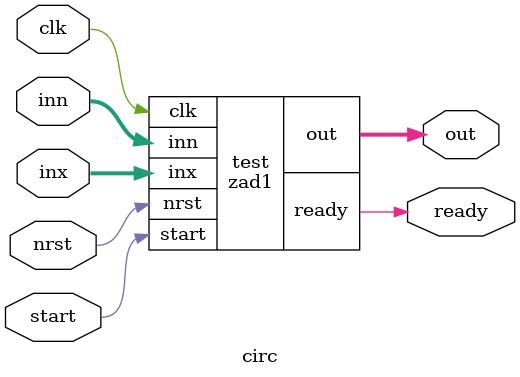
<source format=sv>
module multi(
  input [15:0] a, b,
  output [15:0] o
);
  assign o = a*b;
endmodule

module zad1(
  input clk, nrst, start,
  input [15:0] inx,
  input [7:0] inn,
  output logic ready,
  output logic [15:0] out
);
  const logic READY = 1'b0;
  const logic BUSY  = 1'b1;
  logic [15:0] a, x, mult_a, mult_b, mult_res;
  logic [ 7:0] n;
  logic s;

  multi m1(mult_a, mult_b, mult_res);
  
  always_ff @(posedge clk or negedge nrst) begin 
    if(!nrst) begin
      ready <= 1'b1;
      s <= READY;
    end else case (s)
      READY: if(start) begin
          a <= 16'b1;
          x <= inx;
          n <= inn;
          ready <= 1'b0;
          s <= BUSY;
          mult_a <= inn[0] ? 16'b1 : inx;
          mult_b <= inx;
        end
      BUSY: if(n == 0) begin
          out <= a;
          ready <= 1'b1;
          s <= READY;
        end
        else begin
          if(!n[0]) begin
            x <= mult_res;
            mult_a <= n[1] ? a : mult_res;
            mult_b <= mult_res;
            n <= n>>1;
          end else begin
            a <= mult_res;
            mult_a <= x;
            mult_b <= x;
            n <= n - 1;
          end
        end
    endcase
  end 
endmodule

module circ(
  input clk, nrst, start,
  input [15:0] inx,
  input [7:0] inn,
  output logic ready,
  output logic [15:0] out
);
  zad1 test(clk, nrst, start, inx, inn, ready, out);
endmodule

</source>
